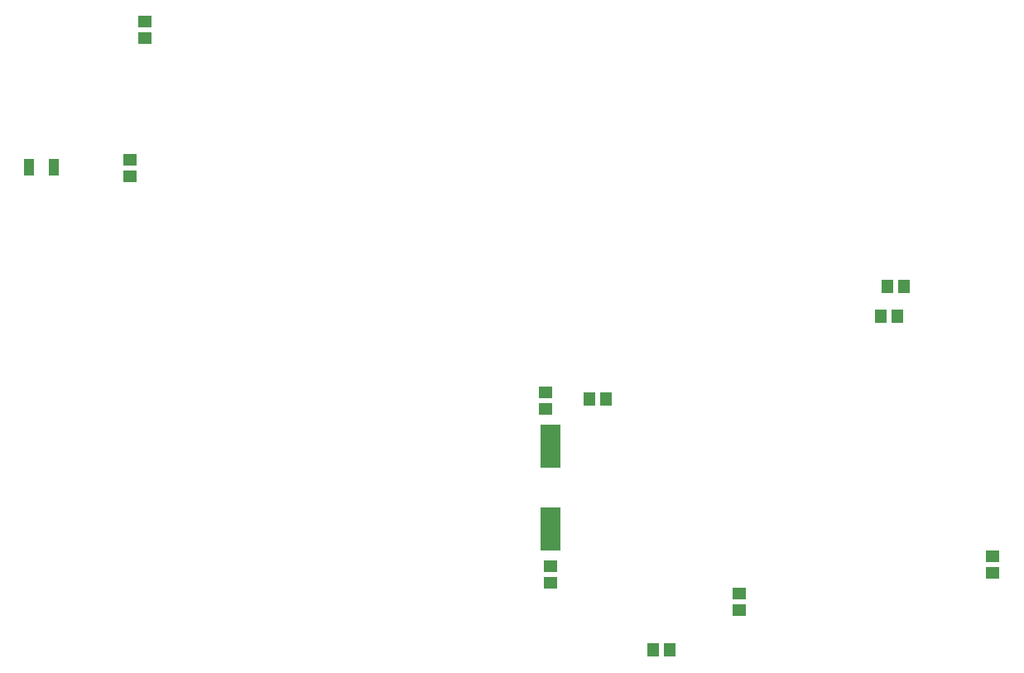
<source format=gbr>
%TF.GenerationSoftware,KiCad,Pcbnew,(6.0.5)*%
%TF.CreationDate,2022-07-13T23:51:26-04:00*%
%TF.ProjectId,Clock,436c6f63-6b2e-46b6-9963-61645f706362,rev?*%
%TF.SameCoordinates,PX4c4b400PY8a48640*%
%TF.FileFunction,Paste,Top*%
%TF.FilePolarity,Positive*%
%FSLAX46Y46*%
G04 Gerber Fmt 4.6, Leading zero omitted, Abs format (unit mm)*
G04 Created by KiCad (PCBNEW (6.0.5)) date 2022-07-13 23:51:26*
%MOMM*%
%LPD*%
G01*
G04 APERTURE LIST*
%ADD10R,1.000000X1.800000*%
%ADD11R,1.150000X1.400000*%
%ADD12R,1.400000X1.150000*%
%ADD13R,2.000000X4.500000*%
G04 APERTURE END LIST*
D10*
%TO.C,Y2*%
X28468000Y53296000D03*
X30968000Y53296000D03*
%TD*%
D11*
%TO.C,R1*%
X85774000Y29557000D03*
X87474000Y29557000D03*
%TD*%
D12*
%TO.C,C6*%
X81798000Y12500000D03*
X81798000Y10800000D03*
%TD*%
%TO.C,C3*%
X101102000Y9706000D03*
X101102000Y8006000D03*
%TD*%
D11*
%TO.C,C4*%
X92251000Y3903000D03*
X93951000Y3903000D03*
%TD*%
D12*
%TO.C,R12*%
X38745000Y52368000D03*
X38745000Y54068000D03*
%TD*%
D13*
%TO.C,Y1*%
X81798000Y24790000D03*
X81798000Y16290000D03*
%TD*%
D12*
%TO.C,C5*%
X81290000Y28580000D03*
X81290000Y30280000D03*
%TD*%
%TO.C,R13*%
X40269000Y68165000D03*
X40269000Y66465000D03*
%TD*%
D11*
%TO.C,R2*%
X115531000Y38066000D03*
X117231000Y38066000D03*
%TD*%
D12*
%TO.C,C2*%
X127010000Y13516000D03*
X127010000Y11816000D03*
%TD*%
D11*
%TO.C,R3*%
X117954000Y41114000D03*
X116254000Y41114000D03*
%TD*%
M02*

</source>
